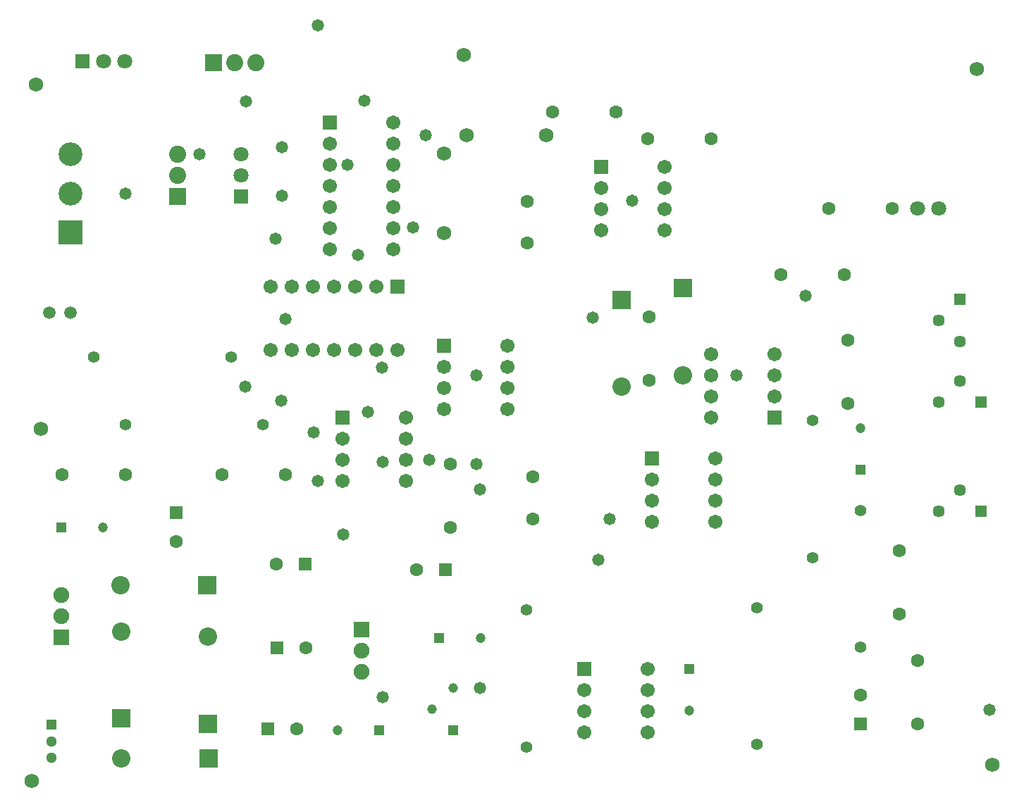
<source format=gbs>
G04*
G04 #@! TF.GenerationSoftware,Altium Limited,Altium Designer,22.0.2 (36)*
G04*
G04 Layer_Color=16711935*
%FSLAX25Y25*%
%MOIN*%
G70*
G04*
G04 #@! TF.SameCoordinates,EECF79FC-5A36-4EFC-AF15-45E6CBE4EAF3*
G04*
G04*
G04 #@! TF.FilePolarity,Negative*
G04*
G01*
G75*
%ADD18C,0.06800*%
%ADD19C,0.04724*%
%ADD20R,0.04724X0.04724*%
%ADD21R,0.06312X0.06312*%
%ADD22C,0.06312*%
%ADD23C,0.07099*%
%ADD24C,0.05721*%
%ADD25R,0.05721X0.05721*%
%ADD26R,0.05721X0.05721*%
%ADD27R,0.06706X0.06706*%
%ADD28C,0.06706*%
%ADD29C,0.05524*%
%ADD30R,0.04724X0.04724*%
%ADD31C,0.04528*%
%ADD32R,0.04528X0.04528*%
%ADD33R,0.11237X0.11237*%
%ADD34C,0.11237*%
%ADD35C,0.05918*%
%ADD36C,0.08071*%
%ADD37R,0.08071X0.08071*%
%ADD38R,0.07099X0.07099*%
%ADD39R,0.06706X0.06706*%
%ADD40C,0.08674*%
%ADD41R,0.08674X0.08674*%
%ADD42R,0.06312X0.06312*%
%ADD43C,0.06902*%
%ADD44R,0.08071X0.08071*%
%ADD45R,0.07099X0.07099*%
%ADD46R,0.05118X0.05118*%
%ADD47C,0.05118*%
%ADD48C,0.07493*%
%ADD49R,0.07493X0.07493*%
%ADD50R,0.08674X0.08674*%
%ADD51C,0.05800*%
D18*
X588500Y137500D02*
D03*
X134000Y130000D02*
D03*
X138500Y296500D02*
D03*
X136000Y459500D02*
D03*
X338500Y473500D02*
D03*
X581000Y467000D02*
D03*
D19*
X526000Y296843D02*
D03*
X346342Y197500D02*
D03*
X445000Y163157D02*
D03*
X167843Y250000D02*
D03*
X278657Y154000D02*
D03*
D20*
X526000Y277157D02*
D03*
X445000Y182843D02*
D03*
D21*
X526000Y156720D02*
D03*
X202500Y256890D02*
D03*
D22*
X526000Y170500D02*
D03*
X544500Y239000D02*
D03*
Y209000D02*
D03*
X371000Y273685D02*
D03*
Y254000D02*
D03*
X332000Y250000D02*
D03*
Y280000D02*
D03*
X520000Y308500D02*
D03*
Y338500D02*
D03*
X426000Y319500D02*
D03*
Y349500D02*
D03*
X316000Y230000D02*
D03*
X368500Y404185D02*
D03*
Y384500D02*
D03*
X380500Y446500D02*
D03*
X410500D02*
D03*
X455500Y434000D02*
D03*
X425500D02*
D03*
X553000Y157000D02*
D03*
Y187000D02*
D03*
X511000Y401000D02*
D03*
X541000D02*
D03*
X518500Y369500D02*
D03*
X488500D02*
D03*
X178500Y275000D02*
D03*
X148500D02*
D03*
X249720Y232500D02*
D03*
X202500Y243110D02*
D03*
X259390Y154500D02*
D03*
X263890Y193000D02*
D03*
X254000Y275000D02*
D03*
X224000D02*
D03*
D23*
X553000Y401000D02*
D03*
X563000D02*
D03*
X178000Y470500D02*
D03*
X168000D02*
D03*
X233000Y416500D02*
D03*
Y426500D02*
D03*
D24*
X573000Y338000D02*
D03*
X563000Y348000D02*
D03*
Y257638D02*
D03*
X573000Y267638D02*
D03*
X563000Y309138D02*
D03*
X573000Y319138D02*
D03*
D25*
Y358000D02*
D03*
D26*
X583000Y257638D02*
D03*
Y309138D02*
D03*
D27*
X395500Y183000D02*
D03*
X281000Y302000D02*
D03*
X275000Y441500D02*
D03*
X485500Y302000D02*
D03*
X427500Y282500D02*
D03*
X403500Y420500D02*
D03*
X329000Y336000D02*
D03*
D28*
X395500Y173000D02*
D03*
Y163000D02*
D03*
Y153000D02*
D03*
X425500Y183000D02*
D03*
Y173000D02*
D03*
Y163000D02*
D03*
Y153000D02*
D03*
X311000Y272000D02*
D03*
Y282000D02*
D03*
Y292000D02*
D03*
Y302000D02*
D03*
X281000Y272000D02*
D03*
Y282000D02*
D03*
Y292000D02*
D03*
X275000Y431500D02*
D03*
Y421500D02*
D03*
Y411500D02*
D03*
Y401500D02*
D03*
Y391500D02*
D03*
Y381500D02*
D03*
X305000Y441500D02*
D03*
Y431500D02*
D03*
Y421500D02*
D03*
Y411500D02*
D03*
Y401500D02*
D03*
Y391500D02*
D03*
Y381500D02*
D03*
X455500Y332000D02*
D03*
Y322000D02*
D03*
Y312000D02*
D03*
Y302000D02*
D03*
X485500Y332000D02*
D03*
Y322000D02*
D03*
Y312000D02*
D03*
X457500Y252500D02*
D03*
Y262500D02*
D03*
Y272500D02*
D03*
Y282500D02*
D03*
X427500Y252500D02*
D03*
Y262500D02*
D03*
Y272500D02*
D03*
X247000Y334000D02*
D03*
X257000D02*
D03*
X267000D02*
D03*
X277000D02*
D03*
X287000D02*
D03*
X297000D02*
D03*
X307000D02*
D03*
X247000Y364000D02*
D03*
X257000D02*
D03*
X267000D02*
D03*
X277000D02*
D03*
X287000D02*
D03*
X297000D02*
D03*
X403500Y410500D02*
D03*
Y400500D02*
D03*
Y390500D02*
D03*
X433500Y420500D02*
D03*
Y410500D02*
D03*
Y400500D02*
D03*
Y390500D02*
D03*
X359000Y306000D02*
D03*
Y316000D02*
D03*
Y326000D02*
D03*
Y336000D02*
D03*
X329000Y306000D02*
D03*
Y316000D02*
D03*
Y326000D02*
D03*
D29*
X368000Y210961D02*
D03*
Y146000D02*
D03*
X503500Y300500D02*
D03*
Y235539D02*
D03*
X243461Y298500D02*
D03*
X178500D02*
D03*
X477000Y147039D02*
D03*
Y212000D02*
D03*
X526000Y258000D02*
D03*
Y193039D02*
D03*
X163500Y330500D02*
D03*
X228461D02*
D03*
D30*
X326657Y197500D02*
D03*
X148157Y250000D02*
D03*
X298343Y154000D02*
D03*
D31*
X323500Y164000D02*
D03*
X333500Y174000D02*
D03*
D32*
Y154000D02*
D03*
D33*
X152500Y389500D02*
D03*
D34*
Y408000D02*
D03*
Y426500D02*
D03*
D35*
Y351500D02*
D03*
X142500D02*
D03*
D36*
X240000Y470000D02*
D03*
X230000D02*
D03*
X203000Y416500D02*
D03*
Y426500D02*
D03*
D37*
X220000Y470000D02*
D03*
D38*
X158000Y470500D02*
D03*
D39*
X307000Y364000D02*
D03*
D40*
X413000Y316409D02*
D03*
X442000Y321909D02*
D03*
X176409Y140500D02*
D03*
X176500Y200591D02*
D03*
X217500Y198091D02*
D03*
X175909Y222500D02*
D03*
D41*
X413000Y357591D02*
D03*
X442000Y363090D02*
D03*
X176500Y159409D02*
D03*
X217500Y156909D02*
D03*
D42*
X329780Y230000D02*
D03*
X263500Y232500D02*
D03*
X245610Y154500D02*
D03*
X250110Y193000D02*
D03*
D43*
X329000Y389220D02*
D03*
Y426780D02*
D03*
X339720Y435500D02*
D03*
X377280D02*
D03*
D44*
X203000Y406500D02*
D03*
D45*
X233000D02*
D03*
D46*
X143500Y156500D02*
D03*
D47*
Y148626D02*
D03*
Y140752D02*
D03*
D48*
X148000Y218000D02*
D03*
Y208000D02*
D03*
X290000Y191500D02*
D03*
Y181500D02*
D03*
D49*
X148000Y198000D02*
D03*
X290000Y201500D02*
D03*
D50*
X217590Y140500D02*
D03*
X217091Y222500D02*
D03*
D51*
X587000Y163500D02*
D03*
X346000Y174000D02*
D03*
X293000Y304500D02*
D03*
X346000Y267750D02*
D03*
X178500Y408000D02*
D03*
X269500Y487500D02*
D03*
X407500Y254000D02*
D03*
X344500Y280000D02*
D03*
X299859Y325359D02*
D03*
X402000Y234500D02*
D03*
X235000Y316500D02*
D03*
X267500Y295000D02*
D03*
X344500Y322000D02*
D03*
X288500Y379000D02*
D03*
X314500Y392000D02*
D03*
X418000Y404500D02*
D03*
X320500Y435500D02*
D03*
X291500Y452000D02*
D03*
X283500Y421500D02*
D03*
X399493Y349250D02*
D03*
X500000Y359500D02*
D03*
X467500Y322000D02*
D03*
X281500Y246500D02*
D03*
X300000Y169500D02*
D03*
X322000Y282000D02*
D03*
X300000Y281000D02*
D03*
X269500Y272000D02*
D03*
X213500Y426500D02*
D03*
X252194Y309806D02*
D03*
X254000Y348500D02*
D03*
X249500Y386500D02*
D03*
X252500Y430000D02*
D03*
X235500Y451500D02*
D03*
X252500Y407000D02*
D03*
M02*

</source>
